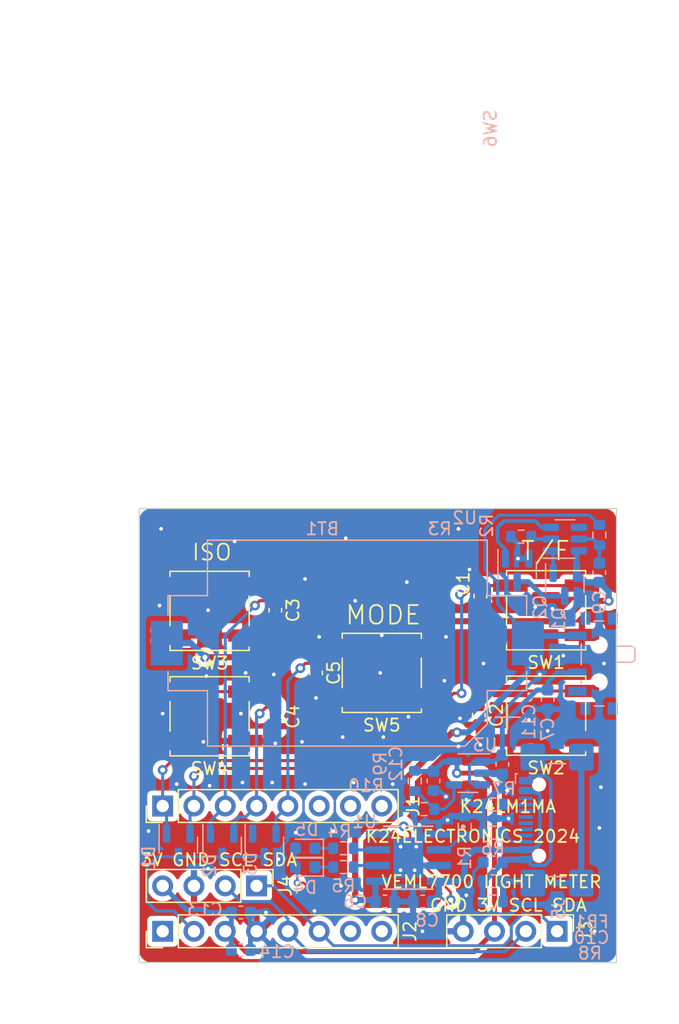
<source format=kicad_pcb>
(kicad_pcb (version 20221018) (generator pcbnew)
  (layers (0 "F.Cu" signal) (31 "B.Cu" signal) (34 "B.Paste" user) (35 "F.Paste" user) (36 "B.SilkS" user "B.Silkscreen") (37 "F.SilkS" user "F.Silkscreen") (38 "B.Mask" user) (39 "F.Mask" user) (44 "Edge.Cuts" user))
  (net 0 "")
  (net 1 "+BATT")
  (net 2 "GND1")
  (net 3 "S_TP")
  (net 4 "GND")
  (net 5 "S_TN")
  (net 6 "S_IP")
  (net 7 "S_IN")
  (net 8 "S_M")
  (net 9 "VDD")
  (net 10 "+5V")
  (net 11 "Net-(U2-VCC)")
  (net 12 "Net-(C10-Pad1)")
  (net 13 "Net-(J5-SHIELD)")
  (net 14 "+3V0")
  (net 15 "INT")
  (net 17 "Net-(D4-K)")
  (net 18 "Net-(D5-K)")
  (net 23 "SCL")
  (net 24 "SDA")
  (net 27 "Net-(J5-CC1)")
  (net 31 "Net-(J5-CC2)")
  (net 35 "Net-(Q1-G)")
  (net 36 "Net-(Q1-D)")
  (net 37 "Net-(Q2-G)")
  (net 38 "Net-(U1-PROG)")
  (net 39 "Net-(U2-CS)")
  (net 40 "Net-(U1-~{CHRG})")
  (net 41 "Net-(U1-~{STDBY})")
  (net 42 "Net-(U3-FB)")
  (footprint "Capacitor_SMD:C_0603_1608Metric" (layer "F.Cu") (at 147.701 109.982 -90)
    (fp_text reference "C1")
    (fp_text value "100n")
  )
  (footprint "Connector_PinHeader_2.54mm:PinHeader_1x04_P2.54mm_Vertical" (layer "F.Cu") (at 129.54 133.477 -90)
    (fp_text reference "J4")
    (fp_text value "Conn_01x04_Socket")
  )
  (footprint "Connector_PinHeader_2.54mm:PinHeader_1x08_P2.54mm_Vertical" (layer "F.Cu") (at 121.92 127 90)
    (fp_text reference "J1")
    (fp_text value "Conn_01x08_Socket")
  )
  (footprint "Connector_PinHeader_2.54mm:PinHeader_1x04_P2.54mm_Vertical" (layer "F.Cu") (at 153.924 137.16 -90)
    (fp_text reference "J3")
    (fp_text value "Conn_01x04_Socket")
  )
  (footprint "Connector_PinHeader_2.54mm:PinHeader_1x08_P2.54mm_Vertical" (layer "F.Cu") (at 121.92 137.16 90)
    (fp_text reference "J2")
    (fp_text value "Conn_01x08_Socket")
  )
  (footprint "Button_Switch_SMD:SW_Push_1P1T_NO_CK_KSC7xxJ" (layer "F.Cu") (at 153.035 119.675)
    (fp_text reference "SW2")
    (fp_text value "SW_Push")
  )
  (footprint "Capacitor_SMD:C_0603_1608Metric" (layer "F.Cu") (at 134.366 116.205 -90)
    (fp_text reference "C5")
    (fp_text value "100n")
  )
  (footprint "Capacitor_SMD:C_0603_1608Metric" (layer "F.Cu") (at 131.064 119.761 -90)
    (fp_text reference "C4")
    (fp_text value "100n")
  )
  (footprint "Capacitor_SMD:C_0603_1608Metric" (layer "F.Cu") (at 131.064 111.125 -90)
    (fp_text reference "C3")
    (fp_text value "100n")
  )
  (footprint "Button_Switch_SMD:SW_Push_1P1T_NO_CK_KSC7xxJ" (layer "F.Cu") (at 139.7 116.205)
    (fp_text reference "SW5")
    (fp_text value "SW_Push")
  )
  (footprint "Button_Switch_SMD:SW_Push_1P1T_NO_CK_KSC7xxJ" (layer "F.Cu") (at 153.035 111.125)
    (fp_text reference "SW1")
    (fp_text value "SW_Push")
  )
  (footprint "Button_Switch_SMD:SW_Push_1P1T_NO_CK_KSC7xxJ" (layer "F.Cu") (at 125.73 119.725)
    (fp_text reference "SW4")
    (fp_text value "SW_Push")
  )
  (footprint "Button_Switch_SMD:SW_Push_1P1T_NO_CK_KSC7xxJ" (layer "F.Cu") (at 125.73 111.175)
    (fp_text reference "SW3")
    (fp_text value "SW_Push")
  )
  (footprint "Capacitor_SMD:C_0603_1608Metric" (layer "F.Cu") (at 147.574 119.634 -90)
    (fp_text reference "C2")
    (fp_text value "100n")
  )
  (footprint "Resistor_SMD:R_0603_1608Metric" (layer "B.Cu") (at 148.714 129.159)
    (fp_text reference "R6")
    (fp_text value "5k1")
  )
  (footprint "Capacitor_SMD:C_0603_1608Metric" (layer "B.Cu") (at 143.8965 124.968 90)
    (fp_text reference "C12")
    (fp_text value "100n")
  )
  (footprint "kicad_libs:SOP127P600X175-9N" (layer "B.Cu") (at 141.859 131.191 180)
    (fp_text reference "U1")
    (fp_text value "TP4056")
  )
  (footprint "Package_TO_SOT_SMD:SOT-23" (layer "B.Cu") (at 123.19 130.175 -90)
    (fp_text reference "D1")
    (fp_text value "BAT54A")
  )
  (footprint "Resistor_SMD:R_0603_1608Metric" (layer "B.Cu") (at 136.587 131.953 180)
    (fp_text reference "R5")
    (fp_text value "2k")
  )
  (footprint "Capacitor_SMD:C_0603_1608Metric" (layer "B.Cu") (at 128.27 138.684 180)
    (fp_text reference "C14")
    (fp_text value "10u")
  )
  (footprint "Resistor_SMD:R_0603_1608Metric" (layer "B.Cu") (at 157.353 105.029 -90)
    (fp_text reference "R2")
    (fp_text value "100R")
  )
  (footprint "Capacitor_SMD:C_0603_1608Metric" (layer "B.Cu") (at 128.27 135.636 180)
    (fp_text reference "C13")
    (fp_text value "100n")
  )
  (footprint "Capacitor_SMD:C_0603_1608Metric" (layer "B.Cu") (at 148.717 133.096)
    (fp_text reference "C10")
    (fp_text value "1n")
  )
  (footprint "Package_TO_SOT_SMD:SOT-23" (layer "B.Cu") (at 154.5535 109.032 -90)
    (fp_text reference "Q1")
    (fp_text value "DMG3402L")
  )
  (footprint "Capacitor_SMD:C_0603_1608Metric" (layer "B.Cu") (at 139.954 134.747 180)
    (fp_text reference "C6")
    (fp_text value "10u")
  )
  (footprint "Resistor_SMD:R_0603_1608Metric" (layer "B.Cu") (at 143.1345 127.254)
    (fp_text reference "R10")
    (fp_text value "?")
  )
  (footprint "Package_TO_SOT_SMD:SOT-23-6" (layer "B.Cu") (at 154.5535 105.349)
    (fp_text reference "U2")
    (fp_text value "DW01A")
  )
  (footprint "Package_TO_SOT_SMD:SOT-23" (layer "B.Cu") (at 150.683 107.8715 -90)
    (fp_text reference "Q2")
    (fp_text value "DMG3402L")
  )
  (footprint "LED_SMD:LED_0603_1608Metric" (layer "B.Cu") (at 133.477 131.953 180)
    (fp_text reference "D4")
    (fp_text value "LED")
  )
  (footprint "Connector_USB:USB_C_Receptacle_GCT_USB4110" (layer "B.Cu") (at 155.064 128.143 -90)
    (fp_text reference "J5")
    (fp_text value "USB_C_Receptacle_USB2.0 USB4110")
  )
  (footprint "Resistor_SMD:R_0603_1608Metric" (layer "B.Cu") (at 136.587 130.429 180)
    (fp_text reference "R4")
    (fp_text value "2k")
  )
  (footprint "Package_TO_SOT_SMD:SOT-23-5" (layer "B.Cu") (at 146.685 124.333 180)
    (fp_text reference "U3")
    (fp_text value "TPS73601DBV")
  )
  (footprint "Capacitor_SMD:C_0603_1608Metric" (layer "B.Cu") (at 153.162 118.364 90)
    (fp_text reference "C7")
    (fp_text value "10u")
  )
  (footprint "Resistor_SMD:R_0603_1608Metric" (layer "B.Cu") (at 151.003 105.156 180)
    (fp_text reference "R3")
    (fp_text value "1k")
  )
  (footprint "Resistor_SMD:R_0603_1608Metric" (layer "B.Cu") (at 148.714 126.873)
    (fp_text reference "R7")
    (fp_text value "5k1")
  )
  (footprint "Capacitor_SMD:C_0603_1608Metric" (layer "B.Cu") (at 149.4845 123.632 90)
    (fp_text reference "C11")
    (fp_text value "100n")
  )
  (footprint "Battery:BatteryHolder_Keystone_1060_1x2032" (layer "B.Cu") (at 136.906 113.792 180)
    (fp_text reference "BT1")
    (fp_text value "Battery_Cell")
  )
  (footprint "Capacitor_SMD:C_0603_1608Metric" (layer "B.Cu") (at 157.3475 108.077 90)
    (fp_text reference "C9")
    (fp_text value "100n")
  )
  (footprint "Inductor_SMD:L_0603_1608Metric" (layer "B.Cu") (at 148.717 131.572 180)
    (fp_text reference "FB1")
    (fp_text value "FerriteBead")
  )
  (footprint "LED_SMD:LED_0603_1608Metric" (layer "B.Cu") (at 133.477 130.429 180)
    (fp_text reference "D5")
    (fp_text value "LED")
  )
  (footprint "Resistor_SMD:R_0603_1608Metric" (layer "B.Cu") (at 148.717 134.747)
    (fp_text reference "R8")
    (fp_text value "1M")
  )
  (footprint "Capacitor_SMD:C_0603_1608Metric" (layer "B.Cu") (at 143.01325 134.747)
    (fp_text reference "C8")
    (fp_text value "100n")
  )
  (footprint "Package_TO_SOT_SMD:SOT-23" (layer "B.Cu") (at 126.746 130.175 -90)
    (fp_text reference "D2")
    (fp_text value "BAT54A")
  )
  (footprint "Resistor_SMD:R_0603_1608Metric" (layer "B.Cu") (at 146.431 128.651 90)
    (fp_text reference "R1")
    (fp_text value "20k")
  )
  (footprint "Button_Switch_SMD:SW_SPDT_PCM12" (layer "B.Cu") (at 157.005 115.443 -90)
    (fp_text reference "SW6")
    (fp_text value "SW_SPST")
  )
  (footprint "Resistor_SMD:R_0603_1608Metric" (layer "B.Cu") (at 142.3725 124.968 90)
    (fp_text reference "R9")
    (fp_text value "?")
  )
  (footprint "Package_TO_SOT_SMD:SOT-23" (layer "B.Cu") (at 130.175 130.175 -90)
    (fp_text reference "D3")
    (fp_text value "BAT54A")
  )
  (gr_line (start 120.015 102.87) (end 120.015 123.19) (stroke (width 0.1)) (layer "Edge.Cuts"))
  (gr_line (start 120.015 139.7) (end 120.015 123.19) (stroke (width 0.1)) (layer "Edge.Cuts"))
  (gr_line (start 158.75 102.87) (end 120.015 102.87) (stroke (width 0.1)) (layer "Edge.Cuts"))
  (gr_line (start 120.015 139.7) (end 158.75 139.7) (stroke (width 0.1)) (layer "Edge.Cuts"))
  (gr_line (start 158.75 139.7) (end 158.75 102.87) (stroke (width 0.1)) (layer "Edge.Cuts"))
  (gr_text "ISO" (at 124.206 107.188) (layer "F.SilkS") (effects (font (size 1.3 1.3)) (justify left bottom)))
  (gr_text "GND 3V SCL SDA\n" (at 143.51 135.636) (layer "F.SilkS") (effects (font (size 1 1)) (justify left bottom)))
  (gr_text "VEML7700 LIGHT METER" (at 139.573 133.731) (layer "F.SilkS") (effects (font (size 1 1)) (justify left bottom)))
  (gr_text "K24ELECTRONICS 2024" (at 138.303 130.048) (layer "F.SilkS") (effects (font (size 1 1)) (justify left bottom)))
  (gr_text "T/F" (at 150.876 107.188) (layer "F.SilkS") (effects (font (size 1.5 1.5)) (justify left bottom)))
  (gr_text "3V GND SCL SDA" (at 120.015 131.953) (layer "F.SilkS") (effects (font (size 1 1)) (justify left bottom)))
  (gr_text "MODE" (at 136.652 112.395) (layer "F.SilkS") (effects (font (size 1.5 1.5)) (justify left bottom)))
  (gr_text "K24LM1MA" (at 145.923 127.635) (layer "F.SilkS") (effects (font (size 1 1)) (justify left bottom)))
  (segment (start 141.732 126.873) (end 139.954 128.651) (width 0.5) (layer "F.Cu") (net 1))
  (segment (start 145.415 121.031) (end 141.732 124.714) (width 0.5) (layer "F.Cu") (net 1))
  (segment (start 138.43 128.651) (end 137.541 129.54) (width 0.5) (layer "F.Cu") (net 1))
  (segment (start 141.732 124.714) (end 141.732 126.873) (width 0.5) (layer "F.Cu") (net 1))
  (segment (start 137.541 129.54) (end 137.541 134.62) (width 0.5) (layer "F.Cu") (net 1))
  (segment (start 139.954 128.651) (end 138.43 128.651) (width 0.5) (layer "F.Cu") (net 1))
  (segment (start 145.796 121.031) (end 145.415 121.031) (width 0.5) (layer "F.Cu") (net 1))
  (via (at 145.796 121.031) (size 0.8) (drill 0.4) (layers "F.Cu" "B.Cu") (net 1))
  (via (at 137.541 134.62) (size 0.8) (drill 0.4) (layers "F.Cu" "B.Cu") (net 1))
  (segment (start 155.575 113.193) (end 152.155 113.193) (width 0.5) (layer "B.Cu") (net 1))
  (segment (start 156.56 103.411) (end 149.192 103.411) (width 0.25) (layer "B.Cu") (net 1))
  (segment (start 148.082 107.823) (end 149.098 108.839) (width 0.25) (layer "B.Cu") (net 1))
  (segment (start 149.098 110.617) (end 151.556 113.075) (width 0.25) (layer "B.Cu") (net 1))
  (segment (start 146.685 121.031) (end 151.556 116.16) (width 0.5) (layer "B.Cu") (net 1))
  (segment (start 139.179 134.747) (end 139.179 133.301) (width 0.5) (layer "B.Cu") (net 1))
  (segment (start 145.796 121.031) (end 146.685 121.031) (width 0.5) (layer "B.Cu") (net 1))
  (segment (start 149.192 103.411) (end 148.082 104.521) (width 0.25) (layer "B.Cu") (net 1))
  (segment (start 149.098 108.839) (end 149.098 110.617) (width 0.25) (layer "B.Cu") (net 1))
  (segment (start 152.155 113.193) (end 151.556 113.792) (width 0.5) (layer "B.Cu") (net 1))
  (segment (start 139.052 134.62) (end 139.179 134.747) (width 0.5) (layer "B.Cu") (net 1))
  (segment (start 148.082 104.521) (end 148.082 107.823) (width 0.25) (layer "B.Cu") (net 1))
  (segment (start 157.353 104.204) (end 156.56 103.411) (width 0.25) (layer "B.Cu") (net 1))
  (segment (start 151.556 116.16) (end 151.556 113.792) (width 0.5) (layer "B.Cu") (net 1))
  (segment (start 151.556 113.075) (end 151.556 113.792) (width 0.25) (layer "B.Cu") (net 1))
  (segment (start 139.179 133.301) (end 139.384 133.096) (width 0.5) (layer "B.Cu") (net 1))
  (segment (start 137.541 134.62) (end 139.052 134.62) (width 0.5) (layer "B.Cu") (net 1))
  (segment (start 158.115 110.363) (end 156.083 110.363) (width 0.5) (layer "F.Cu") (net 2))
  (segment (start 156.083 110.363) (end 154.432 112.014) (width 0.5) (layer "F.Cu") (net 2))
  (segment (start 154.432 112.014) (end 134.239 112.014) (width 0.5) (layer "F.Cu") (net 2))
  (segment (start 134.239 112.014) (end 131.318 114.935) (width 0.5) (layer "F.Cu") (net 2))
  (segment (start 131.318 114.935) (end 125.349 114.935) (width 0.5) (layer "F.Cu") (net 2))
  (via (at 158.115 110.363) (size 0.8) (drill 0.4) (layers "F.Cu" "B.Cu") (net 2))
  (via (at 125.349 114.935) (size 0.8) (drill 0.4) (layers "F.Cu" "B.Cu") (net 2))
  (segment (start 158.115 109.6195) (end 157.3475 108.852) (width 0.5) (layer "B.Cu") (net 2))
  (segment (start 158.115 110.363) (end 158.115 109.6195) (width 0.5) (layer "B.Cu") (net 2))
  (segment (start 155.5035 106.4865) (end 155.691 106.299) (width 0.5) (layer "B.Cu") (net 2))
  (segment (start 122.256 113.792) (end 124.206 113.792) (width 0.5) (layer "B.Cu") (net 2))
  (segment (start 124.206 113.792) (end 125.349 114.935) (width 0.5) (layer "B.Cu") (net 2))
  (segment (start 157.3475 108.852) (end 156.261 108.852) (width 0.5) (layer "B.Cu") (net 2))
  (segment (start 155.5035 108.0945) (end 155.5035 106.4865) (width 0.5) (layer "B.Cu") (net 2))
  (segment (start 156.261 108.852) (end 155.5035 108.0945) (width 0.5) (layer "B.Cu") (net 2))
  (segment (start 146.177 117.856) (end 145.542 117.856) (width 0.25) (layer "F.Cu") (net 3))
  (segment (start 147.968 109.207) (end 147.701 109.207) (width 0.25) (layer "F.Cu") (net 3))
  (segment (start 147.079 109.207) (end 147.701 109.207) (width 0.25) (layer "F.Cu") (net 3))
  (segment (start 140.081 123.317) (end 125.857 123.317) (width 0.25) (layer "F.Cu") (net 3))
  (segment (start 148.05 109.125) (end 147.968 109.207) (width 0.25) (layer "F.Cu") (net 3))
  (segment (start 122.682 123.317) (end 121.92 124.079) (width 0.25) (layer "F.Cu") (net 3))
  (segment (start 155.935 109.125) (end 150.135 109.125) (width 0.25) (layer "F.Cu") (net 3))
  (segment (start 125.857 123.317) (end 122.682 123.317) (width 0.25) (layer "F.Cu") (net 3))
  (segment (start 146.431 109.855) (end 147.079 109.207) (width 0.25) (layer "F.Cu") (net 3))
  (segment (start 146.05 109.855) (end 146.431 109.855) (width 0.25) (layer "F.Cu") (net 3))
  (segment (start 150.135 109.125) (end 148.05 109.125) (width 0.25) (layer "F.Cu") (net 3))
  (segment (start 144.653 118.745) (end 140.081 123.317) (width 0.25) (layer "F.Cu") (net 3))
  (segment (start 145.542 117.856) (end 144.653 118.745) (width 0.25) (layer "F.Cu") (net 3))
  (via (at 146.05 109.855) (size 0.8) (drill 0.4) (layers "F.Cu" "B.Cu") (net 3))
  (via (at 146.177 117.856) (size 0.8) (drill 0.4) (layers "F.Cu" "B.Cu") (net 3))
  (via (at 121.92 124.079) (size 0.8) (drill 0.4) (layers "F.Cu" "B.Cu") (net 3))
  (segment (start 146.05 109.855) (end 146.177 109.982) (width 0.25) (layer "B.Cu") (net 3))
  (segment (start 122.24 129.2375) (end 122.24 127.32) (width 0.25) (layer "B.Cu") (net 3))
  (segment (start 121.92 124.079) (end 121.92 127) (width 0.25) (layer "B.Cu") (net 3))
  (segment (start 146.177 109.982) (end 146.177 117.856) (width 0.25) (layer "B.Cu") (net 3))
  (segment (start 122.24 127.32) (end 121.92 127) (width 0.25) (layer "B.Cu") (net 3))
  (segment (start 130.683 136.017) (end 130.302 135.636) (width 0.4) (layer "F.Cu") (net 4))
  (segment (start 144.907 126.238) (end 144.907 126.746) (width 0.3) (layer "F.Cu") (net 4))
  (segment (start 129.921 137.16) (end 130.683 136.398) (width 0.4) (layer "F.Cu") (net 4))
  (segment (start 130.683 136.398) (end 130.683 136.017) (width 0.4) (layer "F.Cu") (net 4))
  (segment (start 128.143 135.763) (end 128.143 135.255) (width 0.4) (layer "F.Cu") (net 4))
  (segment (start 129.54 137.16) (end 128.143 135.763) (width 0.4) (layer "F.Cu") (net 4))
  (segment (start 129.54 137.16) (end 129.921 137.16) (width 0.4) (layer "F.Cu") (net 4))
  (segment (start 144.907 126.746) (end 145.034 126.873) (width 0.3) (layer "F.Cu") (net 4))
  (via (at 130.81 125.095) (size 0.6) (drill 0.3) (layers "F.Cu" "B.Cu") (net 4))
  (via (at 145.923 122.174) (size 0.6) (drill 0.3) (layers "F.Cu" "B.Cu") (net 4))
  (via (at 139.573 116.205) (size 0.6) (drill 0.3) (layers "F.Cu" "B.Cu") (net 4))
  (via (at 146.558 134.239) (size 0.6) (drill 0.3) (layers "F.Cu" "B.Cu") (net 4))
  (via (at 145.923 104.521) (size 0.6) (drill 0.3) (layers "F.Cu" "B.Cu") (net 4))
  (via (at 157.353 128.778) (size 0.6) (drill 0.3) (layers "F.Cu" "B.Cu") (net 4))
  (via (at 139.827 121.412) (size 0.6) (drill 0.3) (layers "F.Cu" "B.Cu") (net 4))
  (via (at 147.955 115.443) (size 0.6) (drill 0.3) (layers "F.Cu" "B.Cu") (net 4))
  (via (at 131.064 121.92) (size 0.6) (drill 0.3) (layers "F.Cu" "B.Cu") (net 4))
  (via (at 141.859 119.761) (size 0.6) (drill 0.3) (layers "F.Cu" "B.Cu") (net 4))
  (via (at 141.224 130.302) (size 0.6) (drill 0.3) (layers "F.Cu" "B.Cu") (net 4))
  (via (at 128.651 116.205) (size 0.6) (drill 0.3) (layers "F.Cu" "B.Cu") (net 4))
  (via (at 153.797 135.128) (size 0.6) (drill 0.3) (layers "F.Cu" "B.Cu") (net 4))
  (via (at 153.543 110.998) (size 0.6) (drill 0.3) (layers "F.Cu" "B.Cu") (net 4))
  (via (at 125.222 121.793) (size 0.6) (drill 0.3) (layers "F.Cu" "B.Cu") (net 4))
  (via (at 156.972 137.16) (size 0.6) (drill 0.3) (layers "F.Cu" "B.Cu") (net 4))
  (via (at 123.063 125.222) (size 0.6) (drill 0.3) (layers "F.Cu" "B.Cu") (net 4))
  (via (at 125.73 125.349) (size 0.6) (drill 0.3) (layers "F.Cu" "B.Cu") (net 4))
  (via (at 144.907 126.238) (size 0.6) (drill 0.3) (layers "F.Cu" "B.Cu") (net 4))
  (via (at 130.937 116.332) (size 0.6) (drill 0.3) (layers "F.Cu" "B.Cu") (net 4))
  (via (at 137.541 110.363) (size 0.6) (drill 0.3) (layers "F.Cu" "B.Cu") (net 4))
  (via (at 121.793 104.521) (size 0.6) (drill 0.3) (layers "F.Cu" "B.Cu") (net 4))
  (via (at 132.715 129.159) (size 0.6) (drill 0.3) (layers "F.Cu" "B.Cu") (net 4))
  (via (at 141.224 132.207) (size 0.6) (drill 0.3) (layers "F.Cu" "B.Cu") (net 4))
  (via (at 146.812 107.823) (size 0.6) (drill 0.3) (layers "F.Cu" "B.Cu") (net 4))
  (via (at 145.034 128.143) (size 0.6) (drill 0.3) (layers "F.Cu" "B.Cu") (net 4))
  (via (at 154.432 114.808) (size 0.6) (drill 0.3) (layers "F.Cu" "B.Cu") (net 4))
  (via (at 121.92 119.507) (size 0.6) (drill 0.3) (layers "F.Cu" "B.Cu") (net 4))
  (via (at 144.78 116.84) (size 0.6) (drill 0.3) (layers "F.Cu" "B.Cu") (net 4))
  (via (at 152.146 110.871) (size 0.6) (drill 0.3) (layers "F.Cu" "B.Cu") (net 4))
  (via (at 125.603 111.125) (size 0.6) (drill 0.3) (layers "F.Cu" "B.Cu") (net 4))
  (via (at 144.907 113.284) (size 0.6) (drill 0.3) (layers "F.Cu" "B.Cu") (net 4))
  (via (at 146.05 119.888) (size 0.6) (drill 0.3) (layers "F.Cu" "B.Cu") (net 4))
  (via (at 150.749 106.934) (size 0.6) (drill 0.3) (layers "F.Cu" "B.Cu") (net 4))
  (via (at 131.318 131.318) (size 0.6) (drill 0.3) (layers "F.Cu" "B.Cu") (net 4))
  (via (at 157.734 115.443) (size 0.6) (drill 0.3) (layers "F.Cu" "B.Cu") (net 4))
  (via (at 133.477 125.222) (size 0.6) (drill 0.3) (layers "F.Cu" "B.Cu") (net 4))
  (via (at 153.162 120.904) (size 0.6) (drill 0.3) (layers "F.Cu" "B.Cu") (net 4))
  (via (at 120.777 129.032) (size 0.6) (drill 0.3) (layers "F.Cu" "B.Cu") (net 4))
  (via (at 133.223 121.793) (size 0.6) (drill 0.3) (layers "F.Cu" "B.Cu") (net 4))
  (via (at 157.48 125.476) (size 0.6) (drill 0.3) (layers "F.Cu" "B.Cu") (net 4))
  (via (at 147.701 122.047) (size 0.6) (drill 0.3) (layers "F.Cu" "B.Cu") (net 4))
  (via (at 140.589 125.222) (size 0.6) (drill 0.3) (layers "F.Cu" "B.Cu") (net 4))
  (via (at 133.477 108.585) (size 0.6) (drill 0.3) (layers "F.Cu" "B.Cu") (net 4))
  (via (at 143.002 137.16) (size 0.6) (drill 0.3) (layers "F.Cu" "B.Cu") (net 4))
  (via (at 136.525 121.412) (size 0.6) (drill 0.3) (layers "F.Cu" "B.Cu") (net 4))
  (via (at 141.732 108.839) (size 0.6) (drill 0.3) (layers "F.Cu" "B.Cu") (net 4))
  (via (at 152.527 116.332) (size 0.6) (drill 0.3) (layers "F.Cu" "B.Cu") (net 4))
  (via (at 125.476 116.459) (size 0.6) (drill 0.3) (layers "F.Cu" "B.Cu") (net 4))
  (via (at 130.302 135.636) (size 0.6) (drill 0.3) (layers "F.Cu" "B.Cu") (net 4))
  (via (at 136.398 133.477) (size 0.6) (drill 0.3) (layers "F.Cu" "B.Cu") (net 4))
  (via (at 146.558 126.492) (size 0.6) (drill 0.3) (layers "F.Cu" "B.Cu") (net 4))
  (via (at 135.763 129.032) (size 0.6) (drill 0.3) (layers "F.Cu" "B.Cu") (net 4))
  (via (at 151.638 120.015) (size 0.6) (drill 0.3) (layers "F.Cu" "B.Cu") (net 4))
  (via (at 128.27 119.507) (size 0.6) (drill 0.3) (layers "F.Cu" "B.Cu") (net 4))
  (via (at 137.414 125.095) (size 0.6) (drill 0.3) (layers "F.Cu" "B.Cu") (net 4))
  (via (at 142.494 130.302) (size 0.6) (drill 0.3) (layers "F.Cu" "B.Cu") (net 4))
  (via (at 134.366 118.237) (size 0.6) (drill 0.3) (layers "F.Cu" "B.Cu") (net 4))
  (via (at 121.666 110.744) (size 0.6) (drill 0.3) (layers "F.Cu" "B.Cu") (net 4))
  (via (at 134.62 113.284) (size 0.6) (drill 0.3) (layers "F.Cu" "B.Cu") (net 4))
  (via (at 149.86 125.73) (size 0.6) (drill 0.3) (layers "F.Cu" "B.Cu") (net 4))
  (via (at 142.367 132.207) (size 0.6) (drill 0.3) (layers "F.Cu" "B.Cu") (net 4))
  (via (at 125.603 132.08) (size 0.6) (drill 0.3) (layers "F.Cu" "B.Cu") (net 4))
  (via (at 139.7 113.157) (size 0.6) (drill 0.3) (layers "F.Cu" "B.Cu") (net 4))
  (via (at 149.987 128.016) (size 0.6) (drill 0.3) (layers "F.Cu" "B.Cu") (net 4))
  (via (at 127.762 105.537) (size 0.6) (drill 0.3) (layers "F.Cu" "B.Cu") (net 4))
  (via (at 142.748 128.524) (size 0.6) (drill 0.3) (layers "F.Cu" "B.Cu") (net 4))
  (via (at 134.239 135.509) (size 0.6) (drill 0.3) (layers "F.Cu" "B.Cu") (net 4))
  (via (at 136.779 105.283) (size 0.6) (drill 0.3) (layers "F.Cu" "B.Cu") (net 4))
  (via (at 128.397 125.095) (size 0.6) (drill 0.3) (layers "F.Cu" "B.Cu") (net 4))
  (segment (start 131.445 139.065) (end 131.572 139.065) (width 0.4) (layer "B.Cu") (net 4))
  (segment (start 131.318 131.318) (end 131.318 130.585814) (width 0.2) (layer "B.Cu") (net 4))
  (segment (start 147.889 126.873) (end 149.032 125.73) (width 0.4) (layer "B.Cu") (net 4))
  (segment (start 136.017 125.476) (end 135.89 125.603) (width 0.2) (layer "B.Cu") (net 4))
  (segment (start 129.54 137.16) (end 130.556 136.144) (width 0.4) (layer "B.Cu") (net 4))
  (segment (start 147.167 132.3345) (end 147.167 132.868) (width 0.25) (layer "B.Cu") (net 4))
  (segment (start 147.9295 131.572) (end 147.167 132.3345) (width 0.25) (layer "B.Cu") (net 4))
  (segment (start 147.889 128.077) (end 147.889 129.159) (width 0.4) (layer "B.Cu") (net 4))
  (segment (start 133.35 128.524) (end 132.715 129.159) (width 0.2) (layer "B.Cu") (net 4))
  (segment (start 143.349001 129.286) (end 141.859 130.776001) (width 0.5) (layer "B.Cu") (net 4))
  (segment (start 129.045 136.665) (end 129.54 137.16) (width 0.4) (layer "B.Cu") (net 4))
  (segment (start 143.8965 125.743) (end 144.412 125.743) (width 0.3) (layer "B.Cu") (net 4))
  (segment (start 129.045 137.655) (end 129.54 137.16) (width 0.4) (layer "B.Cu") (net 4))
  (segment (start 137.414 125.095) (end 137.033 125.476) (width 0.2) (layer "B.Cu") (net 4))
  (segment (start 129.045 138.684) (end 129.045 137.655) (width 0.4) (layer "B.Cu") (net 4))
  (segment (start 142.748 128.524) (end 142.748 130.048) (width 0.5) (layer "B.Cu") (net 4))
  (segment (start 147.638 127.826) (end 147.889 128.077) (width 0.4) (layer "B.Cu") (net 4))
  (segment (start 133.477 125.222) (end 133.47 125.229) (width 0.2) (layer "B.Cu") (net 4))
  (segment (start 132.08 129.823814) (end 132.08 129.159) (width 0.2) (layer "B.Cu") (net 4))
  (segment (start 147.167 132.868) (end 146.558 133.477) (width 0.25) (layer "B.Cu") (net 4))
  (segment (start 147.638 127.826) (end 147.889 127.575) (width 0.4) (layer "B.Cu") (net 4))
  (segment (start 135.89 128.905) (end 135.763 129.032) (width 0.2) (layer "B.Cu") (net 4))
  (segment (start 133.47 126.372) (end 133.35 126.492) (width 0.2) (layer "B.Cu") (net 4))
  (segment (start 142.748 130.048) (end 142.494 130.302) (width 0.5) (layer "B.Cu") (net 4))
  (segment (start 130.556 136.144) (end 130.937 136.144) (width 0.4) (layer "B.Cu") (net 4))
  (segment (start 135.89 125.603) (end 135.89 128.905) (width 0.2) (layer "B.Cu") (net 4))
  (segment (start 137.033 125.476) (end 136.017 125.476) (width 0.2) (layer "B.Cu") (net 4))
  (segment (start 129.045 135.636) (end 129.045 136.665) (width 0.4) (layer "B.Cu") (net 4))
  (segment (start 142.494 131.826) (end 141.859 131.191) (width 0.5) (layer "B.Cu") (net 4))
  (segment (start 131.318 130.585814) (end 132.08 129.823814) (width 0.2) (layer "B.Cu") (net 4))
  (segment (start 141.859 130.776001) (end 141.859 131.191) (width 0.5) (layer "B.Cu") (net 4))
  (segment (start 150.178 105.156) (end 150.749 105.727) (width 0.4) (layer "B.Cu") (net 4))
  (segment (start 133.35 126.492) (end 133.35 128.524) (width 0.2) (layer "B.Cu") (net 4))
  (segment (start 133.47 125.229) (end 133.47 126.372) (width 0.2) (layer "B.Cu") (net 4))
  (segment (start 146.431 127.826) (end 147.638 127.826) (width 0.4) (layer "B.Cu") (net 4))
  (segment (start 132.08 129.159) (end 132.715 129.159) (width 0.2) (layer "B.Cu") (net 4))
  (segment (start 144.334 131.826) (end 142.494 131.826) (width 0.5) (layer "B.Cu") (net 4))
  (segment (start 147.889 127.575) (end 147.889 126.873) (width 0.4) (layer "B.Cu") (net 4))
  (segment (start 150.749 105.727) (end 150.749 106.934) (width 0.4) (layer "B.Cu") (net 4))
  (segment (start 144.334 129.286) (end 143.349001 129.286) (width 0.5) (layer "B.Cu") (net 4))
  (segment (start 149.032 125.73) (end 149.86 125.73) (width 0.4) (layer "B.Cu") (net 4))
  (segment (start 144.412 125.743) (end 144.907 126.238) (width 0.3) (layer "B.Cu") (net 4))
  (segment (start 129.54 137.16) (end 131.445 139.065) (width 0.4) (layer "B.Cu") (net 4))
  (segment (start 146.558 133.477) (end 146.558 134.239) (width 0.25) (layer "B.Cu") (net 4))
  (segment (start 130.048 123.952) (end 125.095 123.952) (width 0.25) (layer "F.Cu") (net 5))
  (segment (start 150.135 117.675) (end 147.882 117.675) (width 0.25) (layer "F.Cu") (net 5))
  (segment (start 125.095 123.952) (end 124.46 124.587) (width 0.25) (layer "F.Cu") (net 5))
  (segment (start 143.891 120.523) (end 140.462 123.952) (width 0.25) (layer "F.Cu") (net 5))
  (segment (start 150.135 117.675) (end 155.935 117.675) (width 0.25) (layer "F.Cu") (net 5))
  (segment (start 147.574 118.859) (end 145.555 118.859) (width 0.25) (layer "F.Cu") (net 5))
  (segment (start 147.882 117.675) (end 147.574 117.983) (width 0.25) (layer "F.Cu") (net 5))
  (segment (start 145.555 118.859) (end 143.891 120.523) (width 0.25) (layer "F.Cu") (net 5))
  (segment (start 147.574 117.983) (end 147.574 118.859) (width 0.25) (layer "F.Cu") (net 5))
  (segment (start 140.462 123.952) (end 130.048 123.952) (width 0.25) (layer "F.Cu") (net 5))
  (via (at 124.46 124.587) (size 0.8) (drill 0.4) (layers "F.Cu" "B.Cu") (net 5))
  (segment (start 124.14 129.2375) (end 124.14 127.32) (width 0.25) (layer "B.Cu") (net 5))
  (segment (start 124.14 127.32) (end 124.46 127) (width 0.25) (layer "B.Cu") (net 5))
  (segment (start 124.46 124.587) (end 124.46 127) (width 0.25) (layer "B.Cu") (net 5))
  (segment (start 128.63 109.175) (end 130.638 109.175) (width 0.25) (layer "F.Cu") (net 6))
  (segment (start 131.064 109.601) (end 131.064 110.35) (width 0.25) (layer "F.Cu") (net 6))
  (segment (start 131.064 110.35) (end 129.807 110.35) (width 0.25) (layer "F.Cu") (net 6))
  (segment (start 130.638 109.175) (end 131.064 109.601) (width 0.25) (layer "F.Cu") (net 6))
  (segment (start 129.807 110.35) (end 129.413 110.744) (width 0.25) (layer "F.Cu") (net 6))
  (segment (start 122.83 109.175) (end 128.63 109.175) (width 0.25) (layer "F.Cu") (net 6))
  (via (at 129.413 110.744) (size 0.8) (drill 0.4) (layers "F.Cu" "B.Cu") (net 6))
  (segment (start 125.796 128.204) (end 127 127) (width 0.25) (layer "B.Cu") (net 6))
  (segment (start 127 113.157) (end 127 127) (width 0.25) (layer "B.Cu") (net 6))
  (segment (start 125.796 129.2375) (end 125.796 128.204) (width 0.25) (layer "B.Cu") (net 6))
  (segment (start 129.413 110.744) (end 127 113.157) (width 0.25) (layer "B.Cu") (net 6))
  (segment (start 131.064 118.986) (end 130.315 118.986) (width 0.25) (layer "F.Cu") (net 7))
  (segment (start 130.315 118.986) (end 129.794 119.507) (width 0.25) (layer "F.Cu") (net 7))
  (segment (start 128.63 117.725) (end 130.679 117.725) (width 0.25) (layer "F.Cu") (net 7))
  (segment (start 122.83 117.725) (end 128.63 117.725) (width 0.25) (layer "F.Cu") (net 7))
  (segment (start 131.064 118.11) (end 131.064 118.986) (width 0.25) (layer "F.Cu") (net 7))
  (segment (start 130.679 117.725) (end 131.064 118.11) (width 0.25) (layer "F.Cu") (net 7))
  (via (at 129.794 119.507) (size 0.8) (drill 0.4) (layers "F.Cu" "B.Cu") (net 7))
  (segment (start 129.794 119.507) (end 129.54 119.761) (width 0.25) (layer "B.Cu") (net 7))
  (segment (start 127.696 129.2375) (end 127.696 128.336) (width 0.25) (layer "B.Cu") (net 7))
  (segment (start 129.54 119.761) (end 129.54 127) (width 0.25) (layer "B.Cu") (net 7))
  (segment (start 128.143 127.889) (end 128.651 127.889) (width 0.25) (layer "B.Cu") (net 7))
  (segment (start 127.696 128.336) (end 128.143 127.889) (width 0.25) (layer "B.Cu") (net 7))
  (segment (start 128.651 127.889) (end 129.54 127) (width 0.25) (layer "B.Cu") (net 7))
  (segment (start 136.8 114.205) (end 134.969 114.205) (width 0.25) (layer "F.Cu") (net 8))
  (segment (start 134.366 114.808) (end 134.366 115.43) (width 0.25) (layer "F.Cu") (net 8))
  (segment (start 136.8 114.205) (end 142.6 114.205) (width 0.25) (layer "F.Cu") (net 8))
  (segment (start 133.49 115.43) (end 133.096 115.824) (width 0.25) (layer "F.Cu") (net 8))
  (segment (start 134.366 115.43) (end 133.49 115.43) (width 0.25) (layer "F.Cu") (net 8))
  (segment (start 134.969 114.205) (end 134.366 114.808) (width 0.25) (layer "F.Cu") (net 8))
  (via (at 133.096 115.824) (size 0.8) (drill 0.4) (layers "F.Cu" "B.Cu") (net 8))
  (segment (start 133.096 115.824) (end 132.08 116.84) (width 0.25) (layer "B.Cu") (net 8))
  (segment (start 131.125 129.2375) (end 131.125 127.955) (width 0.25) (layer "B.Cu") (net 8))
  (segment (start 132.08 116.84) (end 132.08 127) (width 0.25) (layer "B.Cu") (net 8))
  (segment (start 131.125 127.955) (end 132.08 127) (width 0.25) (layer "B.Cu") (net 8))
  (segment (start 149.4845 122.857) (end 149.431 122.857) (width 0.4) (layer "B.Cu") (net 9))
  (segment (start 148.905 123.383) (end 147.8225 123.383) (width 0.4) (layer "B.Cu") (net 9))
  (segment (start 147.127 125.283) (end 146.812 124.968) (width 0.25) (layer "B.Cu") (net 9))
  (segment (start 146.812 123.698) (end 147.127 123.383) (width 0.25) (layer "B.Cu") (net 9))
  (segment (start 146.812 124.968) (end 146.812 123.698) (width 0.25) (layer "B.Cu") (net 9))
  (segment (start 153.162 117.589) (end 152.286 117.589) (width 0.4) (layer "B.Cu") (net 9))
  (segment (start 152.286 117.589) (end 149.4845 120.3905) (width 0.4) (layer "B.Cu") (net 9))
  (segment (start 153.162 116.967) (end 153.162 117.589) (width 0.4) (layer "B.Cu") (net 9))
  (segment (start 149.4845 120.3905) (end 149.4845 122.857) (width 0.4) (layer "B.Cu") (net 9))
  (segment (start 149.431 122.857) (end 148.905 123.383) (width 0.4) (layer "B.Cu") (net 9))
  (segment (start 147.127 123.383) (end 147.8225 123.383) (width 0.25) (layer "B.Cu") (net 9))
  (segment (start 155.575 116.193) (end 153.936 116.193) (width 0.4) (layer "B.Cu") (net 9))
  (segment (start 153.936 116.193) (end 153.162 116.967) (width 0.4) (layer "B.Cu") (net 9))
  (segment (start 147.8225 125.283) (end 147.127 125.283) (width 0.25) (layer "B.Cu") (net 9))
  (segment (start 135.89 135.763) (end 133.731 133.604) (width 0.2) (layer "F.Cu") (net 10))
  (segment (start 141.859 130.642529) (end 142.118471 130.902) (width 0.2) (layer "F.Cu") (net 10))
  (segment (start 142.118471 130.902) (end 142.205 130.902) (width 0.2) (layer "F.Cu") (net 10))
  (segment (start 141.859 129.961471) (end 141.859 130.642529) (width 0.2) (layer "F.Cu") (net 10))
  (segment (start 133.731 133.604) (end 133.35 133.223) (width 0.2) (layer "F.Cu") (net 10))
  (segment (start 133.35 133.223) (end 132.842 133.223) (width 0.2) (layer "F.Cu") (net 10))
  (segment (start 141.986 129.159) (end 141.986 129.834471) (width 0.2) (layer "F.Cu") (net 10))
  (segment (start 141.478 128.651) (end 141.986 129.159) (width 0.2) (layer "F.Cu") (net 10))
  (segment (start 142.113 135.763) (end 135.89 135.763) (width 0.2) (layer "F.Cu") (net 10))
  (segment (start 144.145 135.763) (end 142.113 135.763) (width 0.2) (layer "F.Cu") (net 10))
  (segment (start 145.288 134.62) (end 144.145 135.763) (width 0.2) (layer "F.Cu") (net 10))
  (segment (start 142.205 130.902) (end 145.288 133.985) (width 0.2) (layer "F.Cu") (net 10))
  (segment (start 141.986 129.834471) (end 141.859 129.961471) (width 0.2) (layer "F.Cu") (net 10))
  (segment (start 145.288 133.985) (end 145.288 134.62) (width 0.2) (layer "F.Cu") (net 10))
  (via (at 132.842 133.223) (size 0.6) (drill 0.3) (layers "F.Cu" "B.Cu") (net 10))
  (via (at 145.288 134.62) (size 0.8) (drill 0.4) (layers "F.Cu" "B.Cu") (net 10))
  (via (at 141.478 128.651) (size 0.8) (drill 0.4) (layers "F.Cu" "B.Cu") (net 10))
  (segment (start 145.288 134.62) (end 144.75275 134.62) (width 0.2) (layer "B.Cu") (net 10))
  (segment (start 145.923 133.096) (end 144.334 133.096) (width 0.5) (layer "B.Cu") (net 10))
  (segment (start 151.923695 130.543) (end 151.384 130.543) (width 0.3) (layer "B.Cu") (net 10))
  (segment (start 147.206 130.543) (end 146.431 131.318) (width 0.5) (layer "B.Cu") (net 10))
  (segment (start 144.75275 134.62) (end 144.334 134.20125) (width 0.2) (layer "B.Cu") (net 10))
  (segment (start 152.527 126.101652) (end 152.527 130.048) (width 0.3) (layer "B.Cu") (net 10))
  (segment (start 152.527 130.048) (end 152.273 130.302) (width 0.3) (layer "B.Cu") (net 10))
  (segment (start 151.384 125.743) (end 151.923695 125.743) (width 0.3) (layer "B.Cu") (net 10))
  (segment (start 151.923695 125.743) (end 152.158695 125.978) (width 0.3) (layer "B.Cu") (net 10))
  (segment (start 152.273 130.302) (end 152.164695 130.302) (width 0.3) (layer "B.Cu") (net 10))
  (segment (start 146.431 132.588) (end 145.923 133.096) (width 0.5) (layer "B.Cu") (net 10))
  (segment (start 152.164695 130.302) (end 151.923695 130.543) (width 0.3) (layer "B.Cu") (net 10))
  (segment (start 152.158695 125.978) (end 152.403348 125.978) (width 0.3) (layer "B.Cu") (net 10))
  (segment (start 152.403348 125.978) (end 152.527 126.101652) (width 0.3) (layer "B.Cu") (net 10))
  (segment (start 151.384 130.543) (end 147.206 130.543) (width 0.5) (layer "B.Cu") (net 10))
  (segment (start 140.019 128.651) (end 141.478 128.651) (width 0.2) (layer "B.Cu") (net 10))
  (segment (start 144.334 133.096) (end 144.334 134.20125) (width 0.5) (layer "B.Cu") (net 10))
  (segment (start 139.384 129.286) (end 140.019 128.651) (width 0.2) (layer "B.Cu") (net 10))
  (segment (start 132.6895 131.953) (end 132.6895 130.429) (width 0.2) (layer "B.Cu") (net 10))
  (segment (start 146.431 131.318) (end 146.431 132.588) (width 0.5) (layer "B.Cu") (net 10))
  (segment (start 144.334 134.20125) (end 143.78825 134.747) (width 0.5) (layer "B.Cu") (net 10))
  (segment (start 132.842 133.223) (end 132.842 132.1055) (width 0.2) (layer "B.Cu") (net 10))
  (segment (start 132.842 132.1055) (end 132.6895 131.953) (width 0.2) (layer "B.Cu") (net 10))
  (segment (start 156.848 105.349) (end 157.353 105.854) (width 0.3) (layer "B.Cu") (net 11))
  (segment (start 157.3475 105.8595) (end 157.353 105.854) (width 0.3) (layer "B.Cu") (net 11))
  (segment (start 157.3475 107.302) (end 157.3475 105.8595) (width 0.3) (layer "B.Cu") (net 11))
  (segment (start 155.691 105.349) (end 156.848 105.349) (width 0.3) (layer "B.Cu") (net 11))
  (segment (start 151.799 124.528) (end 152.976 124.528) (width 0.3) (layer "B.Cu") (net 12))
  (segment (start 151.384 131.343) (end 149.7335 131.343) (width 0.5) (layer "B.Cu") (net 12))
  (segment (start 151.634 124.943) (end 151.634 124.911274) (width 0.5) (layer "B.Cu") (net 12))
  (segment (start 152.921 131.813) (end 151.854 131.813) (width 0.3) (layer "B.Cu") (net 12))
  (segment (start 151.384 124.943) (end 151.634 124.943) (width 0.5) (layer "B.Cu") (net 12))
  (segment (start 151.384 124.943) (end 151.799 124.528) (width 0.3) (layer "B.Cu") (net 12))
  (segment (start 153.416 131.318) (end 152.921 131.813) (width 0.3) (layer "B.Cu") (net 12))
  (segment (start 151.854 131.813) (end 151.384 131.343) (width 0.3) (layer "B.Cu") (net 12))
  (segment (start 152.976 124.528) (end 153.416 124.968) (width 0.3) (layer "B.Cu") (net 12))
  (segment (start 147.9805 133.096) (end 149.5045 131.572) (width 0.5) (layer "B.Cu") (net 12))
  (segment (start 147.892 134.747) (end 147.892 133.146) (width 0.5) (layer "B.Cu") (net 12))
  (segment (start 153.416 124.968) (end 153.416 131.318) (width 0.3) (layer "B.Cu") (net 12))
  (segment (start 149.7335 131.343) (end 149.5045 131.572) (width 0.5) (layer "B.Cu") (net 12))
  (segment (start 147.892 133.146) (end 147.942 133.096) (width 0.5) (layer "B.Cu") (net 12))
  (segment (start 147.942 133.096) (end 147.9805 133.096) (width 0.5) (layer "B.Cu") (net 12))
  (segment (start 151.802 133.096) (end 151.959 133.253) (width 0.5) (layer "B.Cu") (net 13))
  (segment (start 155.889 133.253) (end 151.959 133.253) (width 0.5) (layer "B.Cu") (net 13))
  (segment (start 149.542 134.747) (end 149.542 133.146) (width 0.5) (layer "B.Cu") (net 13))
  (segment (start 151.959 123.033) (end 155.889 123.033) (width 0.5) (layer "B.Cu") (net 13))
  (segment (start 149.492 133.096) (end 151.802 133.096) (width 0.5) (layer "B.Cu") (net 13))
  (segment (start 149.542 133.146) (end 149.492 133.096) (width 0.5) (layer "B.Cu") (net 13))
  (segment (start 155.889 123.033) (end 155.889 133.253) (width 0.5) (layer "B.Cu") (net 13))
  (segment (start 147.193 138.811) (end 148.844 137.16) (width 0.4) (layer "F.Cu") (net 14))
  (segment (start 128.651 138.811) (end 147.193 138.811) (width 0.4) (layer "F.Cu") (net 14))
  (segment (start 148.082 124.587) (end 147.828 124.333) (width 0.4) (layer "F.Cu") (net 14))
  (segment (start 148.844 125.349) (end 148.082 124.587) (width 0.4) (layer "F.Cu") (net 14))
  (segment (start 147.828 124.333) (end 145.796 124.333) (width 0.4) (layer "F.Cu") (net 14))
  (segment (start 148.844 137.16) (end 148.844 125.349) (width 0.4) (layer "F.Cu") (net 14))
  (segment (start 127 137.16) (end 128.651 138.811) (width 0.4) (layer "F.Cu") (net 14))
  (via (at 145.796 124.333) (size 0.8) (drill 0.4) (layers "F.Cu" "B.Cu") (net 14))
  (segment (start 144.7065 123.383) (end 143.8965 124.193) (width 0.4) (layer "B.Cu") (net 14))
  (segment (start 121.92 133.477) (end 123.825 135.382) (width 0.4) (layer "B.Cu") (net 14))
  (segment (start 127.495 138.684) (end 127.495 137.655) (width 0.4) (layer "B.Cu") (net 14))
  (segment (start 145.796 123.6315) (end 145.5475 123.383) (width 0.4) (layer "B.Cu") (net 14))
  (segment (start 127.495 136.665) (end 127 137.16) (width 0.4) (layer "B.Cu") (net 14))
  (segment (start 145.5475 123.383) (end 144.7065 123.383) (width 0.4) (layer "B.Cu") (net 14))
  (segment (start 125.603 135.636) (end 127.495 135.636) (width 0.4) (layer "B.Cu") (net 14))
  (segment (start 125.349 135.382) (end 125.603 135.636) (width 0.4) (layer "B.Cu") (net 14))
  (segment (start 123.825 135.382) (end 125.349 135.382) (width 0.4) (layer "B.Cu") (net 14))
  (segment (start 143.8965 124.193) (end 142.4225 124.193) (width 0.4) (layer "B.Cu") (net 14))
  (segment (start 127.495 135.636) (end 127.495 136.665) (width 0.4) (layer "B.Cu") (net 14))
  (segment (start 145.796 124.333) (end 145.796 123.6315) (width 0.4) (layer "B.Cu") (net 14))
  (segment (start 127.495 137.655) (end 127 137.16) (width 0.4) (layer "B.Cu") (net 14))
  (segment (start 142.4225 124.193) (end 142.3725 124.143) (width 0.4) (layer "B.Cu") (net 14))
  (segment (start 121.412 135.509) (end 120.65 134.747) (width 0.25) (layer "B.Cu") (net 15))
  (segment (start 123.19 131.1125) (end 130.175 131.1125) (width 0.25) (layer "B.Cu") (net 15))
  (segment (start 120.65 134.747) (end 120.65 131.953) (width 0.25) (layer "B.Cu") (net 15))
  (segment (start 120.65 131.953) (end 121.4905 131.1125) (width 0.25) (layer "B.Cu") (net 15))
  (segment (start 124.46 137.16) (end 122.809 135.509) (width 0.25) (layer "B.Cu") (net 15))
  (segment (start 121.4905 131.1125) (end 123.19 131.1125) (width 0.25) (layer "B.Cu") (net 15))
  (segment (start 122.809 135.509) (end 121.412 135.509) (width 0.25) (layer "B.Cu") (net 15))
  (segment (start 135.762 131.953) (end 134.2645 131.953) (width 0.25) (layer "B.Cu") (net 17))
  (segment (start 135.762 130.429) (end 134.2645 130.429) (width 0.25) (layer "B.Cu") (net 18))
  (segment (start 127 133.477) (end 128.27 134.747) (width 0.25) (layer "B.Cu") (net 23))
  (segment (start 130.683 134.747) (end 132.08 136.144) (width 0.25) (layer "B.Cu") (net 23))
  (segment (start 128.27 134.747) (end 130.683 134.747) (width 0.25) (layer "B.Cu") (net 23))
  (segment (start 149.733 138.811) (end 151.384 137.16) (width 0.25) (layer "B.Cu") (net 23))
  (segment (start 133.731 138.811) (end 149.733 138.811) (width 0.25) (layer "B.Cu") (net 23))
  (segment (start 132.08 137.16) (end 133.731 138.811) (width 0.25) (layer "B.Cu") (net 23))
  (segment (start 132.08 136.144) (end 132.08 137.16) (width 0.25) (layer "B.Cu") (net 23))
  (segment (start 152.527 135.763) (end 153.924 137.16) (width 0.25) (layer "B.Cu") (net 24))
  (segment (start 150.209 136.673299) (end 151.119299 135.763) (width 0.25) (layer "B.Cu") (net 24))
  (segment (start 130.937 133.477) (end 134.62 137.16) (width 0.25) (layer "B.Cu") (net 24))
  (segment (start 129.54 133.477) (end 130.937 133.477) (width 0.25) (layer "B.Cu") (net 24))
  (segment (start 151.119299 135.763) (end 152.527 135.763) (width 0.25) (layer "B.Cu") (net 24))
  (segment (start 150.209 137.698604) (end 150.209 136.673299) (width 0.25) (layer "B.Cu") (net 24))
  (segment (start 149.572604 138.335) (end 150.209 137.698604) (width 0.25) (layer "B.Cu") (net 24))
  (segment (start 135.795 138.335) (end 149.572604 138.335) (width 0.25) (layer "B.Cu") (net 24))
  (segment (start 134.62 137.16) (end 135.795 138.335) (width 0.25) (layer "B.Cu") (net 24))
  (segment (start 149.559 126.893) (end 149.539 126.873) (width 0.2) (layer "B.Cu") (net 27))
  (segment (start 151.384 126.893) (end 149.559 126.893) (width 0.2) (layer "B.Cu") (net 27))
  (segment (start 150.273 129.893) (end 149.539 129.159) (width 0.2) (layer "B.Cu") (net 31))
  (segment (start 151.384 129.893) (end 150.273 129.893) (width 0.2) (layer "B.Cu") (net 31))
  (segment (start 153.6035 108.0945) (end 153.6035 106.4865) (width 0.3) (layer "B.Cu") (net 35))
  (segment (start 153.6035 106.4865) (end 153.416 106.299) (width 0.3) (layer "B.Cu") (net 35))
  (segment (start 150.683 108.809) (end 151.608 108.809) (width 0.4) (layer "B.Cu") (net 36))
  (segment (start 151.608 108.809) (end 152.7685 109.9695) (width 0.4) (layer "B.Cu") (net 36))
  (segment (start 152.7685 109.9695) (end 154.5535 109.9695) (width 0.4) (layer "B.Cu") (net 36))
  (segment (start 149.733 106.172) (end 149.098 105.537) (width 0.3) (layer "B.Cu") (net 37))
  (segment (start 149.098 105.537) (end 149.098 104.394) (width 0.3) (layer "B.Cu") (net 37))
  (segment (start 149.098 104.394) (end 149.606 103.886) (width 0.3) (layer "B.Cu") (net 37))
  (segment (start 149.733 106.934) (end 149.733 106.172) (width 0.3) (layer "B.Cu") (net 37))
  (segment (start 149.606 103.886) (end 152.146 103.886) (width 0.3) (layer "B.Cu") (net 37))
  (segment (start 152.146 103.886) (end 152.659 104.399) (width 0.3) (layer "B.Cu") (net 37))
  (segment (start 152.659 104.399) (end 153.416 104.399) (width 0.3) (layer "B.Cu") (net 37))
  (segment (start 146.114 129.476) (end 146.431 129.476) (width 0.2) (layer "B.Cu") (net 38))
  (segment (start 144.334 130.556) (end 145.034 130.556) (width 0.2) (layer "B.Cu") (net 38))
  (segment (start 145.034 130.556) (end 146.114 129.476) (width 0.2) (layer "B.Cu") (net 38))
  (segment (start 153.416 105.349) (end 152.021 105.349) (width 0.3) (layer "B.Cu") (net 39))
  (segment (start 152.021 105.349) (end 151.828 105.156) (width 0.3) (layer "B.Cu") (net 39))
  (segment (start 153.027592 105.349) (end 153.416 105.349) (width 0.25) (layer "B.Cu") (net 39))
  (segment (start 139.384 130.556) (end 137.539 130.556) (width 0.25) (layer "B.Cu") (net 40))
  (segment (start 137.539 130.556) (end 137.412 130.429) (width 0.25) (layer "B.Cu") (net 40))
  (segment (start 139.384 131.826) (end 137.539 131.826) (width 0.25) (layer "B.Cu") (net 41))
  (segment (start 137.539 131.826) (end 137.412 131.953) (width 0.25) (layer "B.Cu") (net 41))
  (segment (start 142.3725 125.793) (end 142.4985 125.793) (width 0.25) (layer "B.Cu") (net 42))
  (segment (start 142.4985 125.793) (end 143.9595 127.254) (width 0.25) (layer "B.Cu") (net 42))
  (segment (start 143.9595 127.254) (end 144.78 127.254) (width 0.25) (layer "B.Cu") (net 42))
  (segment (start 144.78 127.254) (end 145.5475 126.4865) (width 0.25) (layer "B.Cu") (net 42))
  (segment (start 145.5475 126.4865) (end 145.5475 125.283) (width 0.25) (layer "B.Cu") (net 42))
  (zone (net 4) (net_name "GND") (layers "F&B.Cu") (connect_pads (clearance 0.4)) (min_thickness 0.25) (fill yes (thermal_gap 0.5) (thermal_bridge_width 0.5) (smoothing fillet) (radius 1))
    (polygon (pts (xy 121.285 100.203) (xy 113.03 106.934) (xy 114.808 141.351) (xy 163.83 141.859) (xy 162.814 100.584)))
  )
)
</source>
